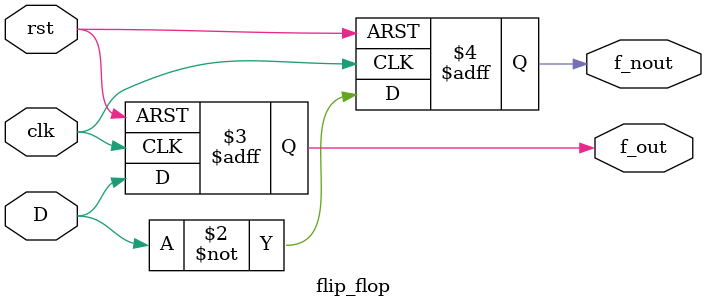
<source format=sv>
`timescale 1ns / 1ps

module flip_flop(
    input logic D, rst, clk,
    output logic f_out,f_nout
    );
    
    always_ff @(posedge clk, posedge rst) begin
    
        if (rst) begin 
            f_out=0;
            f_nout=1;
        end else begin
            f_out=D;
            f_nout=~D;
        end
    
    end
   
endmodule

</source>
